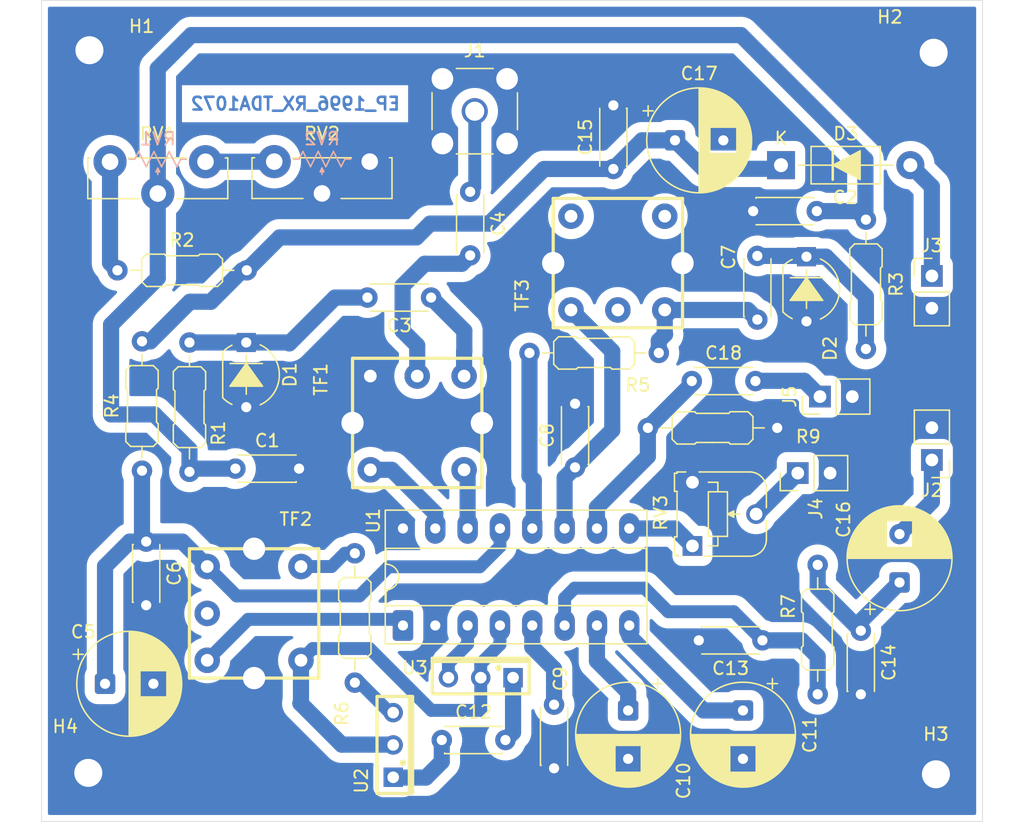
<source format=kicad_pcb>
(kicad_pcb (version 20241229) (generator "pcbnew") (generator_version "9.0")
  (layers (0 "F.Cu" signal) (2 "B.Cu" signal) (13 "F.Paste" user) (15 "B.Paste" user) (5 "F.SilkS" user "F.Silkscreen") (7 "B.SilkS" user "B.Silkscreen") (1 "F.Mask" user) (3 "B.Mask" user) (25 "Edge.Cuts" user))
  (net 0 "")
  (net 1 "Net-(C1-Pad1)")
  (net 2 "GND")
  (net 3 "Net-(D1-K)")
  (net 4 "Net-(C3-Pad1)")
  (net 5 "Net-(J1-In)")
  (net 6 "Net-(C4-Pad2)")
  (net 7 "Net-(C5-Pad1)")
  (net 8 "Net-(D2-K)")
  (net 9 "Net-(C7-Pad2)")
  (net 10 "Net-(C8-Pad1)")
  (net 11 "Net-(C9-Pad1)")
  (net 12 "Net-(C10-Pad1)")
  (net 13 "Net-(C11-Pad1)")
  (net 14 "Net-(U3-I)")
  (net 15 "Net-(U2-O)")
  (net 16 "Net-(C13-Pad1)")
  (net 17 "Net-(C14-Pad1)")
  (net 18 "Net-(D3-K)")
  (net 19 "Net-(J2-Pin_1)")
  (net 20 "Net-(J5-Pin_1)")
  (net 21 "Net-(C18-Pad1)")
  (net 22 "Net-(D3-A)")
  (net 23 "Net-(J4-Pin_1)")
  (net 24 "Net-(R2-Pad1)")
  (net 25 "Net-(R5-Pad2)")
  (net 26 "Net-(R6-Pad1)")
  (net 27 "Net-(U2-I)")
  (net 28 "Net-(RV1-Pad3)")
  (net 29 "Net-(RV3-Pad1)")
  (net 30 "Net-(TF1-Pad4)")
  (net 31 "Net-(TF1-Pad5)")
  (net 32 "Net-(TF2-Pad3)")
  (net 34 "Net-(U2-G)")
  (net 38 "Net-(U3-O)")
  (footprint "PCM_Resistor_THT_AKL:R_Axial_DIN0207_L6.3mm_D2.5mm_P10.16mm_Horizontal" (layer "F.Cu") (at 129.69 84.17)
    (property "Reference" "R2" (at 5.08 -2.37 0) (layer "F.SilkS"))
    (property "Value" "1k" (hide yes))
    (pad "1" thru_hole circle (at 0 0) (size 1.6 1.6) (drill 0.8) (layers "*.Cu" "*.Mask") (net 24 "Net-(R2-Pad1)"))
    (pad "2" thru_hole oval (at 10.16 0) (size 1.6 1.6) (drill 0.8) (layers "*.Cu" "*.Mask") (net 18 "Net-(D3-K)"))
  )
  (footprint "PCM_Potentiometer_THT_US_AKL_Double:Potentiometer_Telpod_TVP1232" (layer "F.Cu") (at 142.01 75.38)
    (property "Reference" "RV2" (at 3.75 -1.95 0) (layer "F.SilkS"))
    (property "Value" "1k" (hide yes))
    (fp_text user "${REFERENCE}" (at 3.75 -1.55 0) (layer "B.SilkS") (effects (justify mirror)))
    (pad "1" thru_hole circle (at 0 0.25) (size 2.6 2.6) (drill 1.3) (layers "*.Cu" "*.Mask") (net 28 "Net-(RV1-Pad3)"))
    (pad "2" thru_hole circle (at 3.75 2.75) (size 2.6 2.6) (drill 1.3) (layers "*.Cu" "*.Mask") (net 2 "GND"))
    (pad "3" thru_hole circle (at 7.5 0.25) (size 2.6 2.6) (drill 1.3) (layers "*.Cu" "*.Mask") (net 2 "GND"))
  )
  (footprint "PCM_Resistor_THT_AKL:R_Axial_DIN0207_L6.3mm_D2.5mm_P10.16mm_Horizontal" (layer "F.Cu") (at 131.620001 99.909999 90)
    (property "Reference" "R4" (at 5.079999 -2.37 90) (layer "F.SilkS"))
    (property "Value" "22" (hide yes))
    (pad "1" thru_hole circle (at 0 0 90) (size 1.6 1.6) (drill 0.8) (layers "*.Cu" "*.Mask") (net 7 "Net-(C5-Pad1)"))
    (pad "2" thru_hole oval (at 10.16 0 90) (size 1.6 1.6) (drill 0.8) (layers "*.Cu" "*.Mask") (net 18 "Net-(D3-K)"))
  )
  (footprint "Capacitor_THT:C_Disc_D4.3mm_W1.9mm_P5.00mm" (layer "F.Cu") (at 157.4 78 -90)
    (property "Reference" "C4" (at 2.500002 -2.2 90) (layer "F.SilkS"))
    (property "Value" "33")
    (pad "1" thru_hole circle (at 0 0 270) (size 1.6 1.6) (drill 0.8) (layers "*.Cu" "*.Mask") (net 5 "Net-(J1-In)"))
    (pad "2" thru_hole circle (at 5 0 270) (size 1.6 1.6) (drill 0.8) (layers "*.Cu" "*.Mask") (net 6 "Net-(C4-Pad2)"))
  )
  (footprint "MF_TOKO:TOKO_10K" (layer "F.Cu") (at 140.427 111.123)
    (property "Reference" "TF2" (at 1.893 -7.403 0) (layer "F.SilkS") (effects (justify left)))
    (property "Value" "NERA")
    (pad "1" thru_hole circle (at -3.683 -3.683) (size 2 2) (drill 1) (layers "*.Cu" "*.Mask") (net 7 "Net-(C5-Pad1)"))
    (pad "2" thru_hole circle (at -3.683 0) (size 2 2) (drill 1) (layers "*.Cu" "*.Mask"))
    (pad "3" thru_hole circle (at -3.683 3.683) (size 2 2) (drill 1) (layers "*.Cu" "*.Mask") (net 32 "Net-(TF2-Pad3)"))
    (pad "4" thru_hole circle (at 3.683 3.683) (size 2 2) (drill 1) (layers "*.Cu" "*.Mask") (net 34 "Net-(U2-G)"))
    (pad "5" thru_hole circle (at 3.683 -3.683) (size 2 2) (drill 1) (layers "*.Cu" "*.Mask") (net 26 "Net-(R6-Pad1)"))
    (pad "6" thru_hole circle (at -0.000002 -5.080002) (size 2.75 2.75) (drill 1.75) (layers "*.Cu" "*.Mask") (net 2 "GND"))
    (pad "7" thru_hole circle (at 0.000002 5.080002) (size 2.75 2.75) (drill 1.75) (layers "*.Cu" "*.Mask") (net 2 "GND"))
  )
  (footprint "Capacitor_THT:CP_Radial_D8.0mm_P3.80mm" (layer "F.Cu") (at 173.489999 73.959999)
    (property "Reference" "C17" (at 1.9 -5.25 0) (layer "F.SilkS"))
    (property "Value" "100u")
    (pad "1" thru_hole roundrect (at 0 0) (size 1.6 1.6) (drill 0.8) (layers "*.Cu" "*.Mask") (roundrect_rratio 0.15625) (net 18 "Net-(D3-K)"))
    (pad "2" thru_hole circle (at 3.800001 0.000001) (size 1.6 1.6) (drill 0.8) (layers "*.Cu" "*.Mask") (net 2 "GND"))
  )
  (footprint "PCM_Potentiometer_THT_US_AKL_Double:Potentiometer_Telpod_TVP1232" (layer "F.Cu") (at 129.11 75.39)
    (property "Reference" "RV1" (at 3.75 -1.95 0) (layer "F.SilkS"))
    (property "Value" "50k" (hide yes))
    (fp_text user "${REFERENCE}" (at 3.75 -1.55 0) (layer "B.SilkS") (effects (justify mirror)))
    (pad "1" thru_hole circle (at 0 0.25) (size 2.6 2.6) (drill 1.3) (layers "*.Cu" "*.Mask") (net 24 "Net-(R2-Pad1)"))
    (pad "2" thru_hole circle (at 3.75 2.75) (size 2.6 2.6) (drill 1.3) (layers "*.Cu" "*.Mask") (net 1 "Net-(C1-Pad1)"))
    (pad "3" thru_hole circle (at 7.5 0.25) (size 2.6 2.6) (drill 1.3) (layers "*.Cu" "*.Mask") (net 28 "Net-(RV1-Pad3)"))
  )
  (footprint "Capacitor_THT:C_Disc_D4.3mm_W1.9mm_P5.00mm" (layer "F.Cu") (at 179.96 83.04 -90)
    (property "Reference" "C7" (at 0.1 2.26 90) (layer "F.SilkS"))
    (property "Value" "180")
    (pad "1" thru_hole circle (at 0 0 270) (size 1.6 1.6) (drill 0.8) (layers "*.Cu" "*.Mask") (net 8 "Net-(D2-K)"))
    (pad "2" thru_hole circle (at 5 0 270) (size 1.6 1.6) (drill 0.8) (layers "*.Cu" "*.Mask") (net 9 "Net-(C7-Pad2)"))
  )
  (footprint "Capacitor_THT:C_Disc_D4.3mm_W1.9mm_P5.00mm" (layer "F.Cu") (at 138.960001 99.750001)
    (property "Reference" "C1" (at 2.500002 -2.2 0) (layer "F.SilkS"))
    (property "Value" "22n")
    (pad "1" thru_hole circle (at 0 0) (size 1.6 1.6) (drill 0.8) (layers "*.Cu" "*.Mask") (net 1 "Net-(C1-Pad1)"))
    (pad "2" thru_hole circle (at 5 0) (size 1.6 1.6) (drill 0.8) (layers "*.Cu" "*.Mask") (net 2 "GND"))
  )
  (footprint "FILTER_IF:SFU455" (layer "F.Cu") (at 151.48 121.33 -90)
    (property "Reference" "U2" (at 1.84 2.63 90) (layer "F.SilkS") (effects (justify right)))
    (property "Value" "sfu455")
    (pad "1" thru_hole circle (at -2.413001 0.127001 270) (size 1.524 1.524) (drill 0.914) (layers "*.Cu" "*.Mask") (net 27 "Net-(U2-I)"))
    (pad "2" thru_hole circle (at 0.127 0.127 270) (size 1.524 1.524) (drill 0.914) (layers "*.Cu" "*.Mask") (net 34 "Net-(U2-G)"))
    (pad "3" thru_hole rect (at 2.666999 0.127001 270) (size 1.524 1.524) (drill 0.914) (layers "*.Cu" "*.Mask") (net 15 "Net-(U2-O)"))
  )
  (footprint "Package_DIP:CERDIP-16_W7.62mm_SideBrazed_LongPads_Socket" (layer "F.Cu") (at 152.12 112.069999 90)
    (property "Reference" "U1" (at 8.229999 -2.330001 90) (layer "F.SilkS"))
    (property "Value" "TDA1072")
    (pad "1" thru_hole roundrect (at 0 0 90) (size 2.4 1.6) (drill 0.8) (layers "*.Cu" "*.Mask") (roundrect_rratio 0.15625) (net 32 "Net-(TF2-Pad3)"))
    (pad "2" thru_hole oval (at 0 2.54 90) (size 2.4 1.6) (drill 0.8) (layers "*.Cu" "*.Mask") (net 2 "GND"))
    (pad "3" thru_hole oval (at 0.000001 5.08 90) (size 2.4 1.6) (drill 0.8) (layers "*.Cu" "*.Mask") (net 38 "Net-(U3-O)"))
    (pad "4" thru_hole oval (at 0 7.62 90) (size 2.4 1.6) (drill 0.8) (layers "*.Cu" "*.Mask") (net 34 "Net-(U2-G)"))
    (pad "5" thru_hole oval (at 0 10.16 90) (size 2.4 1.6) (drill 0.8) (layers "*.Cu" "*.Mask") (net 11 "Net-(C9-Pad1)"))
    (pad "6" thru_hole oval (at 0 12.7 90) (size 2.4 1.6) (drill 0.8) (layers "*.Cu" "*.Mask") (net 16 "Net-(C13-Pad1)"))
    (pad "7" thru_hole oval (at 0.000001 15.240001 90) (size 2.4 1.6) (drill 0.8) (layers "*.Cu" "*.Mask") (net 12 "Net-(C10-Pad1)"))
    (pad "8" thru_hole oval (at -0.000001 17.78 90) (size 2.4 1.6) (drill 0.8) (layers "*.Cu" "*.Mask") (net 13 "Net-(C11-Pad1)"))
    (pad "9" thru_hole oval (at 7.619999 17.78 90) (size 2.4 1.6) (drill 0.8) (layers "*.Cu" "*.Mask") (net 29 "Net-(RV3-Pad1)"))
    (pad "10" thru_hole oval (at 7.620001 15.24 90) (size 2.4 1.6) (drill 0.8) (layers "*.Cu" "*.Mask") (net 21 "Net-(C18-Pad1)"))
    (pad "11" thru_hole oval (at 7.620001 12.7 90) (size 2.4 1.6) (drill 0.8) (layers "*.Cu" "*.Mask") (net 10 "Net-(C8-Pad1)"))
    (pad "12" thru_hole oval (at 7.620001 10.16 90) (size 2.4 1.6) (drill 0.8) (layers "*.Cu" "*.Mask") (net 25 "Net-(R5-Pad2)"))
    (pad "13" thru_hole oval (at 7.619999 7.619999 90) (size 2.4 1.6) (drill 0.8) (layers "*.Cu" "*.Mask") (net 7 "Net-(C5-Pad1)"))
    (pad "14" thru_hole oval (at 7.62 5.079999 90) (size 2.4 1.6) (drill 0.8) (layers "*.Cu" "*.Mask") (net 31 "Net-(TF1-Pad5)"))
    (pad "15" thru_hole oval (at 7.620001 2.54 90) (size 2.4 1.6) (drill 0.8) (layers "*.Cu" "*.Mask") (net 30 "Net-(TF1-Pad4)"))
    (pad "16" thru_hole oval (at 7.62 0 90) (size 2.4 1.6) (drill 0.8) (layers "*.Cu" "*.Mask") (net 2 "GND"))
  )
  (footprint "Capacitor_THT:C_Disc_D4.3mm_W1.9mm_P5.00mm" (layer "F.Cu") (at 154.33 86.31 180)
    (property "Reference" "C3" (at 2.500002 -2.2 0) (layer "F.SilkS"))
    (property "Value" "180")
    (pad "1" thru_hole circle (at 0 0 180) (size 1.6 1.6) (drill 0.8) (layers "*.Cu" "*.Mask") (net 4 "Net-(C3-Pad1)"))
    (pad "2" thru_hole circle (at 5 0 180) (size 1.6 1.6) (drill 0.8) (layers "*.Cu" "*.Mask") (net 3 "Net-(D1-K)"))
  )
  (footprint "PCM_Package_TO_SOT_THT_AKL:TO-92-2_Wide_KA" (layer "F.Cu") (at 139.809999 89.839998 -90)
    (property "Reference" "D1" (at 2.540001 -3.43 90) (layer "F.SilkS"))
    (property "Value" "D_Capacitance_Filled" (hide yes))
    (pad "1" thru_hole rect (at 0 0) (size 1.5 1.5) (drill 0.8) (layers "*.Cu" "*.Mask") (net 3 "Net-(D1-K)"))
    (pad "2" thru_hole circle (at 5.080002 -0.000001) (size 1.5 1.5) (drill 0.8) (layers "*.Cu" "*.Mask") (net 2 "GND"))
  )
  (footprint "MF_TOKO:TOKO_10K" (layer "F.Cu") (at 169.003 83.603 90)
    (property "Reference" "TF3" (at -3.917 -7.523 90) (layer "F.SilkS") (effects (justify left)))
    (property "Value" "ROSA")
    (pad "1" thru_hole circle (at -3.683 -3.683 90) (size 2 2) (drill 1) (layers "*.Cu" "*.Mask") (net 10 "Net-(C8-Pad1)"))
    (pad "2" thru_hole circle (at -3.683 0 90) (size 2 2) (drill 1) (layers "*.Cu" "*.Mask"))
    (pad "3" thru_hole circle (at -3.683 3.683 90) (size 2 2) (drill 1) (layers "*.Cu" "*.Mask") (net 9 "Net-(C7-Pad2)"))
    (pad "4" thru_hole circle (at 3.683 3.683 90) (size 2 2) (drill 1) (layers "*.Cu" "*.Mask"))
    (pad "5" thru_hole circle (at 3.683 -3.683 90) (size 2 2) (drill 1) (layers "*.Cu" "*.Mask"))
    (pad "6" thru_hole circle (at -0.000001 -5.08 90) (size 2.75 2.75) (drill 1.75) (layers "*.Cu" "*.Mask") (net 2 "GND"))
    (pad "7" thru_hole circle (at 0.000001 5.08 90) (size 2.75 2.75) (drill 1.75) (layers "*.Cu" "*.Mask") (net 2 "GND"))
  )
  (footprint "Connector_Coaxial:SMA_Amphenol_901-144_Vertical" (layer "F.Cu") (at 157.76 71.67)
    (property "Reference" "J1" (at 0 -4.75 0) (layer "F.SilkS"))
    (property "Value" "ANTENNA")
    (pad "1" thru_hole circle (at 0 0) (size 2.05 2.05) (drill 1.5) (layers "*.Cu" "*.Mask") (net 5 "Net-(J1-In)"))
    (pad "2" thru_hole circle (at -2.54 -2.54) (size 2.25 2.25) (drill 1.7) (layers "*.Cu" "*.Mask") (net 2 "GND"))
    (pad "2" thru_hole circle (at -2.54 2.54) (size 2.25 2.25) (drill 1.7) (layers "*.Cu" "*.Mask") (net 2 "GND"))
    (pad "2" thru_hole circle (at 2.54 -2.54) (size 2.25 2.25) (drill 1.7) (layers "*.Cu" "*.Mask") (net 2 "GND"))
    (pad "2" thru_hole circle (at 2.54 2.54) (size 2.25 2.25) (drill 1.7) (layers "*.Cu" "*.Mask") (net 2 "GND"))
  )
  (footprint "Capacitor_THT:C_Disc_D4.3mm_W1.9mm_P5.00mm" (layer "F.Cu") (at 168.65 76.21 90)
    (property "Reference" "C15" (at 2.500002 -2.2 90) (layer "F.SilkS"))
    (property "Value" "100n")
    (pad "1" thru_hole circle (at 0 0 90) (size 1.6 1.6) (drill 0.8) (layers "*.Cu" "*.Mask") (net 18 "Net-(D3-K)"))
    (pad "2" thru_hole circle (at 5 0 90) (size 1.6 1.6) (drill 0.8) (layers "*.Cu" "*.Mask") (net 2 "GND"))
  )
  (footprint "Capacitor_THT:C_Disc_D4.3mm_W1.9mm_P5.00mm" (layer "F.Cu") (at 163.99 118.29 -90)
    (property "Reference" "C9" (at -2.03 -0.5 90) (layer "F.SilkS"))
    (property "Value" "220n pol.")
    (pad "1" thru_hole circle (at 0 0 270) (size 1.6 1.6) (drill 0.8) (layers "*.Cu" "*.Mask") (net 11 "Net-(C9-Pad1)"))
    (pad "2" thru_hole circle (at 5 0 270) (size 1.6 1.6) (drill 0.8) (layers "*.Cu" "*.Mask") (net 2 "GND"))
  )
  (footprint "PCM_Resistor_THT_AKL:R_Axial_DIN0207_L6.3mm_D2.5mm_P10.16mm_Horizontal" (layer "F.Cu") (at 188.49 80.19 -90)
    (property "Reference" "R3" (at 5.08 -2.370001 90) (layer "F.SilkS"))
    (property "Value" "33k" (hide yes))
    (pad "1" thru_hole circle (at 0 0 270) (size 1.6 1.6) (drill 0.8) (layers "*.Cu" "*.Mask") (net 1 "Net-(C1-Pad1)"))
    (pad "2" thru_hole oval (at 10.16 0 270) (size 1.6 1.6) (drill 0.8) (layers "*.Cu" "*.Mask") (net 8 "Net-(D2-K)"))
  )
  (footprint "Connector_PinHeader_2.54mm:PinHeader_1x02_P2.54mm_Vertical" (layer "F.Cu") (at 183.135 100.100001 90)
    (property "Reference" "J4" (at -2.799999 1.415 90) (layer "F.SilkS"))
    (property "Value" "SMETER")
    (pad "1" thru_hole rect (at 0 0 90) (size 1.7 1.7) (drill 1) (layers "*.Cu" "*.Mask") (net 23 "Net-(J4-Pin_1)"))
    (pad "2" thru_hole circle (at 0 2.54 90) (size 1.7 1.7) (drill 1) (layers "*.Cu" "*.Mask") (net 2 "GND"))
  )
  (footprint "Connector_PinHeader_2.54mm:PinHeader_1x02_P2.54mm_Vertical" (layer "F.Cu") (at 193.67 99.07 180)
    (property "Reference" "J2" (at 0 -2.38 0) (layer "F.SilkS"))
    (property "Value" "OUT BF")
    (pad "1" thru_hole rect (at 0 0 180) (size 1.7 1.7) (drill 1) (layers "*.Cu" "*.Mask") (net 19 "Net-(J2-Pin_1)"))
    (pad "2" thru_hole circle (at 0 2.54 180) (size 1.7 1.7) (drill 1) (layers "*.Cu" "*.Mask") (net 2 "GND"))
  )
  (footprint "Capacitor_THT:CP_Radial_D8.0mm_P3.80mm" (layer "F.Cu") (at 169.81 118.74735 -90)
    (property "Reference" "C10" (at 5.52265 -4.35 90) (layer "F.SilkS"))
    (property "Value" "2.2u")
    (pad "1" thru_hole roundrect (at 0 0 270) (size 1.6 1.6) (drill 0.8) (layers "*.Cu" "*.Mask") (roundrect_rratio 0.15625) (net 12 "Net-(C10-Pad1)"))
    (pad "2" thru_hole circle (at 3.800001 0.000001 270) (size 1.6 1.6) (drill 0.8) (layers "*.Cu" "*.Mask") (net 2 "GND"))
  )
  (footprint "Capacitor_THT:CP_Radial_D8.0mm_P3.80mm" (layer "F.Cu") (at 191.129999 108.690001 90)
    (property "Reference" "C16" (at 4.950001 -4.399999 90) (layer "F.SilkS"))
    (property "Value" "10u")
    (pad "1" thru_hole roundrect (at 0 0 90) (size 1.6 1.6) (drill 0.8) (layers "*.Cu" "*.Mask") (roundrect_rratio 0.15625) (net 17 "Net-(C14-Pad1)"))
    (pad "2" thru_hole circle (at 3.800001 0.000001 90) (size 1.6 1.6) (drill 0.8) (layers "*.Cu" "*.Mask") (net 19 "Net-(J2-Pin_1)"))
  )
  (footprint "MountingHole:MountingHole_2.2mm_M2_Pad" (layer "F.Cu") (at 127.49 66.88)
    (property "Reference" "H1" (at 4.1 -1.88 0) (layer "F.SilkS"))
    (property "Value" "MountingHole_Pad")
    (pad "1" thru_hole circle (at 0 0) (size 4.4 4.4) (drill 2.2) (layers "*.Cu" "*.Mask") (net 2 "GND"))
  )
  (footprint "Capacitor_THT:CP_Radial_D8.0mm_P3.80mm" (layer "F.Cu") (at 178.83 118.74735 -90)
    (property "Reference" "C11" (at 1.9 -5.25 90) (layer "F.SilkS"))
    (property "Value" "10u")
    (pad "1" thru_hole roundrect (at 0 0 270) (size 1.6 1.6) (drill 0.8) (layers "*.Cu" "*.Mask") (roundrect_rratio 0.15625) (net 13 "Net-(C11-Pad1)"))
    (pad "2" thru_hole circle (at 3.800001 0.000001 270) (size 1.6 1.6) (drill 0.8) (layers "*.Cu" "*.Mask") (net 2 "GND"))
  )
  (footprint "MountingHole:MountingHole_2.2mm_M2_Pad" (layer "F.Cu") (at 193.81 67.08)
    (property "Reference" "H2" (at -3.44 -2.81 0) (layer "F.SilkS"))
    (property "Value" "MountingHole_Pad")
    (pad "1" thru_hole circle (at 0 0) (size 4.4 4.4) (drill 2.2) (layers "*.Cu" "*.Mask") (net 2 "GND"))
  )
  (footprint "PCM_Potentiometer_THT_AKL:Potentiometer_Runtron_RM-065_Vertical" (layer "F.Cu") (at 174.86 105.82 90)
    (property "Reference" "RV3" (at 2.599999 -2.500001 90) (layer "F.SilkS"))
    (property "Value" "10k" (hide yes))
    (pad "1" thru_hole rect (at 0 0 90) (size 1.55 1.55) (drill 1) (layers "*.Cu" "*.Mask") (net 29 "Net-(RV3-Pad1)"))
    (pad "2" thru_hole circle (at 2.5 5 90) (size 1.55 1.55) (drill 1) (layers "*.Cu" "*.Mask") (net 23 "Net-(J4-Pin_1)"))
    (pad "3" thru_hole circle (at 5 0 90) (size 1.55 1.55) (drill 1) (layers "*.Cu" "*.Mask") (net 2 "GND"))
  )
  (footprint "PCM_Resistor_THT_AKL:R_Axial_DIN0207_L6.3mm_D2.5mm_P10.16mm_Horizontal" (layer "F.Cu") (at 148.34 106.4 -90)
    (property "Reference" "R6" (at 12.58 1.02 90) (layer "F.SilkS"))
    (property "Value" "1k" (hide yes))
    (pad "1" thru_hole circle (at 0 0 270) (size 1.6 1.6) (drill 0.8) (layers "*.Cu" "*.Mask") (net 26 "Net-(R6-Pad1)"))
    (pad "2" thru_hole oval (at 10.16 0 270) (size 1.6 1.6) (drill 0.8) (layers "*.Cu" "*.Mask") (net 27 "Net-(U2-I)"))
  )
  (footprint "MountingHole:MountingHole_2.2mm_M2_Pad" (layer "F.Cu") (at 193.99 123.76)
    (property "Reference" "H3" (at 0 -3.15 0) (layer "F.SilkS"))
    (property "Value" "MountingHole_Pad")
    (pad "1" thru_hole circle (at 0 0) (size 4.4 4.4) (drill 2.2) (layers "*.Cu" "*.Mask") (net 2 "GND"))
  )
  (footprint "Capacitor_THT:C_Disc_D4.3mm_W1.9mm_P5.00mm" (layer "F.Cu") (at 174.81 92.87)
    (property "Reference" "C18" (at 2.5 -2.2 0) (layer "F.SilkS"))
    (property "Value" "10n")
    (pad "1" thru_hole circle (at 0 0) (size 1.6 1.6) (drill 0.8) (layers "*.Cu" "*.Mask") (net 21 "Net-(C18-Pad1)"))
    (pad "2" thru_hole circle (at 5 0) (size 1.6 1.6) (drill 0.8) (layers "*.Cu" "*.Mask") (net 20 "Net-(J5-Pin_1)"))
  )
  (footprint "Capacitor_THT:C_Disc_D4.3mm_W1.9mm_P5.00mm" (layer "F.Cu") (at 188.09 112.48 -90)
    (property "Reference" "C14" (at 2.500002 -2.2 90) (layer "F.SilkS"))
    (property "Value" "1n")
    (pad "1" thru_hole circle (at 0 0 270) (size 1.6 1.6) (drill 0.8) (layers "*.Cu" "*.Mask") (net 17 "Net-(C14-Pad1)"))
    (pad "2" thru_hole circle (at 5 0 270) (size 1.6 1.6) (drill 0.8) (layers "*.Cu" "*.Mask") (net 2 "GND"))
  )
  (footprint "Connector_PinHeader_2.54mm:PinHeader_1x02_P2.54mm_Vertical" (layer "F.Cu") (at 184.88 94.09 90)
    (property "Reference" "J5" (at 0 -2.38 90) (layer "F.SilkS"))
    (property "Value" "FREQ")
    (pad "1" thru_hole rect (at 0 0 90) (size 1.7 1.7) (drill 1) (layers "*.Cu" "*.Mask") (net 20 "Net-(J5-Pin_1)"))
    (pad "2" thru_hole circle (at 0 2.54 90) (size 1.7 1.7) (drill 1) (layers "*.Cu" "*.Mask") (net 2 "GND"))
  )
  (footprint "Capacitor_THT:C_Disc_D4.3mm_W1.9mm_P5.00mm" (layer "F.Cu") (at 180.36 113.24 180)
    (property "Reference" "C13" (at 2.500001 -2.2 0) (layer "F.SilkS"))
    (property "Value" "22n")
    (pad "1" thru_hole circle (at 0 0 180) (size 1.6 1.6) (drill 0.8) (layers "*.Cu" "*.Mask") (net 16 "Net-(C13-Pad1)"))
    (pad "2" thru_hole circle (at 5 0 180) (size 1.6 1.6) (drill 0.8) (layers "*.Cu" "*.Mask") (net 2 "GND"))
  )
  (footprint "PCM_Resistor_THT_AKL:R_Axial_DIN0207_L6.3mm_D2.5mm_P10.16mm_Horizontal" (layer "F.Cu") (at 184.700001 117.47 90)
    (property "Reference" "R7" (at 6.89 -2.310001 90) (layer "F.SilkS"))
    (property "Value" "10k" (hide yes))
    (pad "1" thru_hole circle (at 0 0 90) (size 1.6 1.6) (drill 0.8) (layers "*.Cu" "*.Mask") (net 16 "Net-(C13-Pad1)"))
    (pad "2" thru_hole oval (at 10.16 0 90) (size 1.6 1.6) (drill 0.8) (layers "*.Cu" "*.Mask") (net 17 "Net-(C14-Pad1)"))
  )
  (footprint "FILTER_IF:SFU455" (layer "F.Cu") (at 158.103001 116.042999)
    (property "Reference" "U3" (at -6.133001 -0.642999 0) (layer "F.SilkS") (effects (justify left)))
    (property "Value" "sfu455")
    (pad "1" thru_hole rect (at 2.666999 0.127001) (size 1.524 1.524) (drill 0.914) (layers "*.Cu" "*.Mask") (net 14 "Net-(U3-I)"))
    (pad "2" thru_hole circle (at 0.127 0.127) (size 1.524 1.524) (drill 0.914) (layers "*.Cu" "*.Mask") (net 34 "Net-(U2-G)"))
    (pad "3" thru_hole circle (at -2.413001 0.127001) (size 1.524 1.524) (drill 0.914) (layers "*.Cu" "*.Mask") (net 38 "Net-(U3-O)"))
  )
  (footprint "PCM_Resistor_THT_AKL:R_Axial_DIN0207_L6.3mm_D2.5mm_P10.16mm_Horizontal" (layer "F.Cu") (at 171.360001 96.550001)
    (property "Reference" "R9" (at 12.599999 0.689999 0) (layer "F.SilkS"))
    (property "Value" "2.2k" (hide yes))
    (pad "1" thru_hole circle (at 0 0) (size 1.6 1.6) (drill 0.8) (layers "*.Cu" "*.Mask") (net 21 "Net-(C18-Pad1)"))
    (pad "2" thru_hole oval (at 10.16 0) (size 1.6 1.6) (drill 0.8) (layers "*.Cu" "*.Mask") (net 2 "GND"))
  )
  (footprint "Capacitor_THT:C_Disc_D4.3mm_W1.9mm_P5.00mm" (layer "F.Cu") (at 155.170001 121.069999)
    (property "Reference" "C12" (at 2.500002 -2.2 0) (layer "F.SilkS"))
    (property "Value" "56")
    (pad "1" thru_hole circle (at 0 0) (size 1.6 1.6) (drill 0.8) (layers "*.Cu" "*.Mask") (net 15 "Net-(U2-O)"))
    (pad "2" thru_hole circle (at 5 0) (size 1.6 1.6) (drill 0.8) (layers "*.Cu" "*.Mask") (net 14 "Net-(U3-I)"))
  )
  (footprint "Capacitor_THT:C_Disc_D4.3mm_W1.9mm_P5.00mm" (layer "F.Cu") (at 131.95 105.48 -90)
    (property "Reference" "C6" (at 2.500002 -2.2 90) (layer "F.SilkS"))
    (property "Value" "100n")
    (pad "1" thru_hole circle (at 0 0 270) (size 1.6 1.6) (drill 0.8) (layers "*.Cu" "*.Mask") (net 7 "Net-(C5-Pad1)"))
    (pad "2" thru_hole circle (at 5 0 270) (size 1.6 1.6) (drill 0.8) (layers "*.Cu" "*.Mask") (net 2 "GND"))
  )
  (footprint "MountingHole:MountingHole_2.2mm_M2_Pad" (layer "F.Cu") (at 127.4 123.65)
    (property "Reference" "H4" (at -1.81 -3.65 0) (layer "F.SilkS"))
    (property "Value" "MountingHole_Pad")
    (pad "1" thru_hole circle (at 0 0) (size 4.4 4.4) (drill 2.2) (layers "*.Cu" "*.Mask") (net 2 "GND"))
  )
  (footprint "Capacitor_THT:CP_Radial_D8.0mm_P3.80mm" (layer "F.Cu") (at 128.71735 116.65)
    (property "Reference" "C5" (at -1.70735 -4.08 0) (layer "F.SilkS"))
    (property "Value" "100u")
    (pad "1" thru_hole roundrect (at 0 0) (size 1.6 1.6) (drill 0.8) (layers "*.Cu" "*.Mask") (roundrect_rratio 0.15625) (net 7 "Net-(C5-Pad1)"))
    (pad "2" thru_hole circle (at 3.800001 0.000001) (size 1.6 1.6) (drill 0.8) (layers "*.Cu" "*.Mask") (net 2 "GND"))
  )
  (footprint "Capacitor_THT:C_Disc_D4.3mm_W1.9mm_P5.00mm" (layer "F.Cu") (at 165.640001 99.65 90)
    (property "Reference" "C8" (at 2.5 -2.199999 90) (layer "F.SilkS"))
    (property "Value" "100n")
    (pad "1" thru_hole circle (at 0 0 90) (size 1.6 1.6) (drill 0.8) (layers "*.Cu" "*.Mask") (net 10 "Net-(C8-Pad1)"))
    (pad "2" thru_hole circle (at 5 0 90) (size 1.6 1.6) (drill 0.8) (layers "*.Cu" "*.Mask") (net 2 "GND"))
  )
  (footprint "Connector_PinHeader_2.54mm:PinHeader_1x02_P2.54mm_Vertical" (layer "F.Cu") (at 193.67 84.61)
    (property "Reference" "J3" (at 0 -2.38 0) (layer "F.SilkS"))
    (property "Value" "ALIM 12V")
    (pad "1" thru_hole rect (at 0 0) (size 1.7 1.7) (drill 1) (layers "*.Cu" "*.Mask") (net 22 "Net-(D3-A)"))
    (pad "2" thru_hole circle (at 0 2.54) (size 1.7 1.7) (drill 1) (layers "*.Cu" "*.Mask") (net 2 "GND"))
  )
  (footprint "PCM_Diode_THT_AKL:D_DO-41_SOD81_P10.16mm_Horizontal" (layer "F.Cu") (at 181.82 75.91)
    (property "Reference" "D3" (at 5.08 -2.47 0) (layer "F.SilkS"))
    (property "Value" "1N4001" (hide yes))
    (fp_text user "K" (at 0 -2.1 0) (layer "F.SilkS"))
    (pad "1" thru_hole rect (at 0 0) (size 2.2 2.2) (drill 1.1) (layers "*.Cu" "*.Mask") (net 18 "Net-(D3-K)"))
    (pad "2" thru_hole oval (at 10.16 0) (size 2.2 2.2) (drill 1.1) (layers "*.Cu" "*.Mask") (net 22 "Net-(D3-A)"))
  )
  (footprint "MF_TOKO:TOKO_10K" (layer "F.Cu") (at 153.239998 96.160001 -90)
    (property "Reference" "TF1" (at -4.810001 7.569998 90) (layer "F.SilkS") (effects (justify right)))
    (property "Value" "ROSA")
    (pad "1" thru_hole circle (at -3.683 -3.683 270) (size 2 2) (drill 1) (layers "*.Cu" "*.Mask") (net 4 "Net-(C3-Pad1)"))
    (pad "2" thru_hole circle (at -3.683 0 270) (size 2 2) (drill 1) (layers "*.Cu" "*.Mask") (net 6 "Net-(C4-Pad2)"))
    (pad "3" thru_hole circle (at -3.683 3.683 270) (size 2 2) (drill 1) (layers "*.Cu" "*.Mask") (net 2 "GND"))
    (pad "4" thru_hole circle (at 3.683 3.683 270) (size 2 2) (drill 1) (layers "*.Cu" "*.Mask") (net 30 "Net-(TF1-Pad4)"))
    (pad "5" thru_hole circle (at 3.683 -3.683 270) (size 2 2) (drill 1) (layers "*.Cu" "*.Mask") (net 31 "Net-(TF1-Pad5)"))
    (pad "6" thru_hole circle (at -0.000001 -5.080002 270) (size 2.75 2.75) (drill 1.75) (layers "*.Cu" "*.Mask") (net 2 "GND"))
    (pad "7" thru_hole circle (at 0.000001 5.080002 270) (size 2.75 2.75) (drill 1.75) (layers "*.Cu" "*.Mask") (net 2 "GND"))
  )
  (footprint "Capacitor_THT:C_Disc_D4.3mm_W1.9mm_P5.00mm" (layer "F.Cu") (at 184.63 79.52 180)
    (property "Reference" "C2" (at -2.23 1.08 0) (layer "F.SilkS"))
    (property "Value" "22n")
    (pad "1" thru_hole circle (at 0 0 180) (size 1.6 1.6) (drill 0.8) (layers "*.Cu" "*.Mask") (net 1 "Net-(C1-Pad1)"))
    (pad "2" thru_hole circle (at 5 0 180) (size 1.6 1.6) (drill 0.8) (layers "*.Cu" "*.Mask") (net 2 "GND"))
  )
  (footprint "PCM_Resistor_THT_AKL:R_Axial_DIN0207_L6.3mm_D2.5mm_P10.16mm_Horizontal" (layer "F.Cu") (at 135.35 89.84 -90)
    (property "Reference" "R1" (at 7.13 -2.27 90) (layer "F.SilkS"))
    (property "Value" "33k" (hide yes))
    (pad "1" thru_hole circle (at 0 0 270) (size 1.6 1.6) (drill 0.8) (layers "*.Cu" "*.Mask") (net 3 "Net-(D1-K)"))
    (pad "2" thru_hole oval (at 10.16 0 270) (size 1.6 1.6) (drill 0.8) (layers "*.Cu" "*.Mask") (net 1 "Net-(C1-Pad1)"))
  )
  (footprint "PCM_Package_TO_SOT_THT_AKL:TO-92-2_Wide_KA" (layer "F.Cu") (at 183.82 83.100001 -90)
    (property "Reference" "D2" (at 7.209999 -1.85 90) (layer "F.SilkS"))
    (property "Value" "D_Capacitance_Filled" (hide yes))
    (pad "1" thru_hole rect (at 0 0) (size 1.5 1.5) (drill 0.8) (layers "*.Cu" "*.Mask") (net 8 "Net-(D2-K)"))
    (pad "2" thru_hole circle (at 5.080002 -0.000002) (size 1.5 1.5) (drill 0.8) (layers "*.Cu" "*.Mask") (net 2 "GND"))
  )
  (footprint "PCM_Resistor_THT_AKL:R_Axial_DIN0207_L6.3mm_D2.5mm_P10.16mm_Horizontal" (layer "F.Cu") (at 172.219999 90.659999 180)
    (property "Reference" "R5" (at 1.639999 -2.530001 0) (layer "F.SilkS"))
    (property "Value" "22" (hide yes))
    (pad "1" thru_hole circle (at 0 0 180) (size 1.6 1.6) (drill 0.8) (layers "*.Cu" "*.Mask") (net 9 "Net-(C7-Pad2)"))
    (pad "2" thru_hole oval (at 10.16 0 180) (size 1.6 1.6) (drill 0.8) (layers "*.Cu" "*.Mask") (net 25 "Net-(R5-Pad2)"))
  )
  (gr_rect (start 123.73 62.96) (end 197.65 127.46) (stroke (width 0.05)) (fill no) (layer "Edge.Cuts"))
  (gr_text "EP_1996_RX_TDA1072" (at 151.99 71.67 0) (layer "B.Cu") (effects (font (size 1 1) (thickness 0.2) (bold yes)) (justify left bottom mirror)))
  (segment (start 178.67 65.69) (end 135.49 65.69) (width 1.27) (layer "B.Cu") (net 1))
  (segment (start 135.599999 99.750001) (end 135.35 100) (width 1.27) (layer "B.Cu") (net 1))
  (segment (start 188.49 80.19) (end 188.45 80.15) (width 1.27) (layer "B.Cu") (net 1))
  (segment (start 184.63 79.52) (end 187.82 79.52) (width 1.27) (layer "B.Cu") (net 1))
  (segment (start 132.86 68.32) (end 132.86 78.14) (width 1.27) (layer "B.Cu") (net 1))
  (segment (start 132.86 84.78) (end 129.19 88.45) (width 1.27) (layer "B.Cu") (net 1))
  (segment (start 129.19 95.49) (end 132.59 95.49) (width 1.27) (layer "B.Cu") (net 1))
  (segment (start 188.45 75.47) (end 178.67 65.69) (width 1.27) (layer "B.Cu") (net 1))
  (segment (start 187.82 79.52) (end 188.49 80.19) (width 1.27) (layer "B.Cu") (net 1))
  (segment (start 132.86 78.14) (end 132.86 84.78) (width 1.27) (layer "B.Cu") (net 1))
  (segment (start 132.59 95.49) (end 135.35 98.25) (width 1.27) (layer "B.Cu") (net 1))
  (segment (start 135.35 98.25) (end 135.35 100) (width 1.27) (layer "B.Cu") (net 1))
  (segment (start 135.49 65.69) (end 132.86 68.32) (width 1.27) (layer "B.Cu") (net 1))
  (segment (start 188.45 80.15) (end 188.45 75.47) (width 1.27) (layer "B.Cu") (net 1))
  (segment (start 129.19 88.45) (end 129.19 95.49) (width 1.27) (layer "B.Cu") (net 1))
  (segment (start 138.960001 99.750001) (end 135.599999 99.750001) (width 1.27) (layer "B.Cu") (net 1))
  (segment (start 149.33 86.31) (end 146.79 86.31) (width 1.27) (layer "B.Cu") (net 3))
  (segment (start 143.119998 89.839998) (end 139.809999 89.839998) (width 1.27) (layer "B.Cu") (net 3))
  (segment (start 146.79 86.31) (end 143.19 89.91) (width 1.27) (layer "B.Cu") (net 3))
  (segment (start 135.35 89.84) (end 139.809997 89.84) (width 1.27) (layer "B.Cu") (net 3))
  (segment (start 139.809997 89.84) (end 139.809999 89.839998) (width 1.27) (layer "B.Cu") (net 3))
  (segment (start 143.19 89.91) (end 143.119998 89.839998) (width 1.27) (layer "B.Cu") (net 3))
  (segment (start 156.922998 90.547002) (end 156.922998 92.477001) (width 1.27) (layer "B.Cu") (net 4))
  (segment (start 156.94 88.92) (end 156.94 90.53) (width 1.27) (layer "B.Cu") (net 4))
  (segment (start 154.33 86.31) (end 156.94 88.92) (width 1.27) (layer "B.Cu") (net 4))
  (segment (start 156.94 90.53) (end 156.922998 90.547002) (width 1.27) (layer "B.Cu") (net 4))
  (segment (start 157.76 77.64) (end 157.4 78) (width 1.016) (layer "B.Cu") (net 5))
  (segment (start 157.76 71.67) (end 157.76 77.64) (width 1.016) (layer "B.Cu") (net 5))
  (segment (start 152.094 85.383818) (end 152.094 88.924) (width 1.27) (layer "B.Cu") (net 6))
  (segment (start 153.82 83.657818) (end 156.742182 83.657818) (width 1.27) (layer "B.Cu") (net 6))
  (segment (start 156.742182 83.657818) (end 157.270384 83.129616) (width 1.27) (layer "B.Cu") (net 6))
  (segment (start 153.82 83.657818) (end 152.094 85.383818) (width 1.27) (layer "B.Cu") (net 6))
  (segment (start 152.094 88.924) (end 153.239998 90.069998) (width 1.27) (layer "B.Cu") (net 6))
  (segment (start 153.239998 90.069998) (end 153.239998 92.477001) (width 1.27) (layer "B.Cu") (net 6))
  (segment (start 134.784 105.48) (end 136.744 107.44) (width 1.27) (layer "B.Cu") (net 7))
  (segment (start 150.99 107.46) (end 158.145999 107.46) (width 1.016) (layer "B.Cu") (net 7))
  (segment (start 139.053 109.749) (end 148.701 109.749) (width 1.016) (layer "B.Cu") (net 7))
  (segment (start 130.66 105.48) (end 128.71735 107.42265) (width 1.27) (layer "B.Cu") (net 7))
  (segment (start 136.744 107.44) (end 139.053 109.749) (width 1.016) (layer "B.Cu") (net 7))
  (segment (start 131.95 105.48) (end 134.784 105.48) (width 1.27) (layer "B.Cu") (net 7))
  (segment (start 131.620001 105.150001) (end 131.95 105.48) (width 1.27) (layer "B.Cu") (net 7))
  (segment (start 159.739999 105.866) (end 159.739999 104.45) (width 1.016) (layer "B.Cu") (net 7))
  (segment (start 131.620001 99.909999) (end 131.620001 105.150001) (width 1.27) (layer "B.Cu") (net 7))
  (segment (start 131.95 105.48) (end 130.66 105.48) (width 1.27) (layer "B.Cu") (net 7))
  (segment (start 148.701 109.749) (end 150.99 107.46) (width 1.016) (layer "B.Cu") (net 7))
  (segment (start 158.145999 107.46) (end 159.739999 105.866) (width 1.016) (layer "B.Cu") (net 7))
  (segment (start 128.71735 107.42265) (end 128.71735 116.65) (width 1.27) (layer "B.Cu") (net 7))
  (segment (start 179.96 83.04) (end 183.759999 83.04) (width 1.27) (layer "B.Cu") (net 8))
  (segment (start 185.350001 83.100001) (end 188.49 86.24) (width 1.27) (layer "B.Cu") (net 8))
  (segment (start 188.49 86.24) (end 188.49 90.35) (width 1.27) (layer "B.Cu") (net 8))
  (segment (start 183.82 83.100001) (end 185.350001 83.100001) (width 1.27) (layer "B.Cu") (net 8))
  (segment (start 183.759999 83.04) (end 183.82 83.100001) (width 1.27) (layer "B.Cu") (net 8))
  (segment (start 172.219999 90.659999) (end 172.219999 89.690001) (width 1.27) (layer "B.Cu") (net 9))
  (segment (start 172.219999 89.690001) (end 172.71 89.2) (width 1.27) (layer "B.Cu") (net 9))
  (segment (start 179.206 87.286) (end 179.96 88.04) (width 1.27) (layer "B.Cu") (net 9))
  (segment (start 172.686 87.286) (end 179.206 87.286) (width 1.27) (layer "B.Cu") (net 9))
  (segment (start 172.686 89.176) (end 172.686 87.286) (width 1.27) (layer "B.Cu") (net 9))
  (segment (start 172.71 89.2) (end 172.686 89.176) (width 1.27) (layer "B.Cu") (net 9))
  (segment (start 168.56 90.526) (end 168.56 96.730001) (width 1.27) (layer "B.Cu") (net 10))
  (segment (start 165.32 87.286) (end 168.56 90.526) (width 1.27) (layer "B.Cu") (net 10))
  (segment (start 164.82 100.470001) (end 164.82 104.449998) (width 1.27) (layer "B.Cu") (net 10))
  (segment (start 168.56 96.730001) (end 164.82 100.470001) (width 1.27) (layer "B.Cu") (net 10))
  (segment (start 163.99 115.48) (end 163.99 118.29) (width 1.27) (layer "B.Cu") (net 11))
  (segment (start 162.28 113.77) (end 163.99 115.48) (width 1.27) (layer "B.Cu") (net 11))
  (segment (start 162.28 112.069999) (end 162.28 113.77) (width 1.27) (layer "B.Cu") (net 11))
  (segment (start 169.81 118.74735) (end 169.81 117.31) (width 1.27) (layer "B.Cu") (net 12))
  (segment (start 167.360001 114.860001) (end 167.360001 112.069998) (width 1.27) (layer "B.Cu") (net 12))
  (segment (start 169.81 117.31) (end 167.360001 114.860001) (width 1.27) (layer "B.Cu") (net 12))
  (segment (start 169.9 112.07) (end 169.9 112.91) (width 1.27) (layer "B.Cu") (net 13))
  (segment (start 175.73735 118.74735) (end 178.83 118.74735) (width 1.27) (layer "B.Cu") (net 13))
  (segment (start 169.9 112.91) (end 175.73735 118.74735) (width 1.27) (layer "B.Cu") (net 13))
  (segment (start 160.77 120.47) (end 160.77 116.17) (width 1.27) (layer "B.Cu") (net 14))
  (segment (start 160.170001 121.069999) (end 160.77 120.47) (width 1.27) (layer "B.Cu") (net 14))
  (segment (start 155.170001 122.769999) (end 155.170001 121.069999) (width 1.27) (layer "B.Cu") (net 15))
  (segment (start 151.352999 123.996999) (end 151.376 124.02) (width 1.27) (layer "B.Cu") (net 15))
  (segment (start 153.92 124.02) (end 155.170001 122.769999) (width 1.27) (layer "B.Cu") (net 15))
  (segment (start 151.376 124.02) (end 153.92 124.02) (width 1.27) (layer "B.Cu") (net 15))
  (segment (start 164.82 109.92) (end 165.6 109.14) (width 1.016) (layer "B.Cu") (net 16))
  (segment (start 183.43 113.24) (end 184.700001 114.510001) (width 1.27) (layer "B.Cu") (net 16))
  (segment (start 165.6 109.14) (end 171.11 109.14) (width 1.016) (layer "B.Cu") (net 16))
  (segment (start 172.96 110.99) (end 178.11 110.99) (width 1.016) (layer "B.Cu") (net 16))
  (segment (start 178.11 110.99) (end 180.36 113.24) (width 1.016) (layer "B.Cu") (net 16))
  (segment (start 180.36 113.24) (end 183.43 113.24) (width 1.27) (layer "B.Cu") (net 16))
  (segment (start 164.82 112.069999) (end 164.82 109.92) (width 1.016) (layer "B.Cu") (net 16))
  (segment (start 184.700001 114.510001) (end 184.700001 117.47) (width 1.27) (layer "B.Cu") (net 16))
  (segment (start 171.11 109.14) (end 172.96 110.99) (width 1.016) (layer "B.Cu") (net 16))
  (segment (start 188.09 112.48) (end 188.09 111.73) (width 1.27) (layer "B.Cu") (net 17))
  (segment (start 184.700001 107.31) (end 184.700001 109.090001) (width 1.27) (layer "B.Cu") (net 17))
  (segment (start 184.700001 109.090001) (end 188.09 112.48) (width 1.27) (layer "B.Cu") (net 17))
  (segment (start 188.09 111.73) (end 191.129999 108.690001) (width 1.27) (layer "B.Cu") (net 17))
  (segment (start 153.173182 81.586818) (end 154.26 80.5) (width 1.27) (layer "B.Cu") (net 18))
  (segment (start 131.620001 89.749999) (end 132.277819 89.749999) (width 1.27) (layer "B.Cu") (net 18))
  (segment (start 139.5 84.17) (end 139.85 84.17) (width 1.27) (layer "B.Cu") (net 18))
  (segment (start 175.726 76.196) (end 181.534 76.196) (width 1.27) (layer "B.Cu") (net 18))
  (segment (start 173.489999 73.959999) (end 170.900001 73.959999) (width 1.27) (layer "B.Cu") (net 18))
  (segment (start 139.85 84.17) (end 142.433182 81.586818) (width 1.27) (layer "B.Cu") (net 18))
  (segment (start 181.534 76.196) (end 181.82 75.91) (width 1.27) (layer "B.Cu") (net 18))
  (segment (start 163.2 76.21) (end 168.65 76.21) (width 1.27) (layer "B.Cu") (net 18))
  (segment (start 158.91 80.5) (end 163.2 76.21) (width 1.27) (layer "B.Cu") (net 18))
  (segment (start 137.03 86.64) (end 139.5 84.17) (width 1.27) (layer "B.Cu") (net 18))
  (segment (start 132.277819 89.749999) (end 135.387818 86.64) (width 1.27) (layer "B.Cu") (net 18))
  (segment (start 173.489999 73.959999) (end 175.726 76.196) (width 1.27) (layer "B.Cu") (net 18))
  (segment (start 154.26 80.5) (end 158.91 80.5) (width 1.27) (layer "B.Cu") (net 18))
  (segment (start 135.387818 86.64) (end 137.03 86.64) (width 1.27) (layer "B.Cu") (net 18))
  (segment (start 142.433182 81.586818) (end 153.173182 81.586818) (width 1.27) (layer "B.Cu") (net 18))
  (segment (start 170.900001 73.959999) (end 168.65 76.21) (width 1.27) (layer "B.Cu") (net 18))
  (segment (start 193.67 102.35) (end 191.13 104.89) (width 1.27) (layer "B.Cu") (net 19))
  (segment (start 193.67 99.07) (end 193.67 102.35) (width 1.27) (layer "B.Cu") (net 19))
  (segment (start 179.81 92.87) (end 179.83 92.85) (width 1.27) (layer "B.Cu") (net 20))
  (segment (start 179.83 92.85) (end 183.64 92.85) (width 1.27) (layer "B.Cu") (net 20))
  (segment (start 183.64 92.85) (end 184.88 94.09) (width 1.27) (layer "B.Cu") (net 20))
  (segment (start 167.36 102.79) (end 171.360001 98.789999) (width 1.27) (layer "B.Cu") (net 21))
  (segment (start 167.36 104.449998) (end 167.36 102.79) (width 1.27) (layer "B.Cu") (net 21))
  (segment (start 174.81 93.100002) (end 174.81 92.87) (width 1.27) (layer "B.Cu") (net 21))
  (segment (start 171.360001 96.550001) (end 174.81 93.100002) (width 1.27) (layer "B.Cu") (net 21))
  (segment (start 171.360001 98.789999) (end 171.360001 96.550001) (width 1.27) (layer "B.Cu") (net 21))
  (segment (start 193.67 84.61) (end 193.67 77.6) (width 1.27) (layer "B.Cu") (net 22))
  (segment (start 193.67 77.6) (end 191.98 75.91) (width 1.27) (layer "B.Cu") (net 22))
  (segment (start 179.915001 103.32) (end 183.135 100.100001) (width 1.27) (layer "B.Cu") (net 23))
  (segment (start 179.86 103.32) (end 179.915001 103.32) (width 1.27) (layer "B.Cu") (net 23))
  (segment (start 129.11 75.64) (end 129.11 83.59) (width 1.27) (layer "B.Cu") (net 24))
  (segment (start 129.11 83.59) (end 129.69 84.17) (width 1.27) (layer "B.Cu") (net 24))
  (segment (start 162.4 100.66) (end 162.4 104.329998) (width 1.27) (layer "B.Cu") (net 25))
  (segment (start 162.4 104.329998) (end 162.28 104.449998) (width 1.27) (layer "B.Cu") (net 25))
  (segment (start 162.059999 100.319999) (end 162.4 100.66) (width 1.27) (layer "B.Cu") (net 25))
  (segment (start 162.059999 90.659999) (end 162.059999 100.319999) (width 1.27) (layer "B.Cu") (net 25))
  (segment (start 147.55 106.4) (end 148.34 106.4) (width 1.016) (layer "B.Cu") (net 26))
  (segment (start 144.11 107.44) (end 146.51 107.44) (width 1.016) (layer "B.Cu") (net 26))
  (segment (start 146.51 107.44) (end 147.55 106.4) (width 1.016) (layer "B.Cu") (net 26))
  (segment (start 151.352999 118.916999) (end 151.086999 118.916999) (width 1.016) (layer "B.Cu") (net 27))
  (segment (start 151.086999 118.916999) (end 148.73 116.56) (width 1.016) (layer "B.Cu") (net 27))
  (segment (start 148.73 116.56) (end 148.34 116.56) (width 1.016) (layer "B.Cu") (net 27))
  (segment (start 142 75.64) (end 142.01 75.63) (width 1.27) (layer "B.Cu") (net 28))
  (segment (start 136.61 75.64) (end 136.62 75.63) (width 1.27) (layer "B.Cu") (net 28))
  (segment (start 136.61 75.64) (end 142 75.64) (width 1.27) (layer "B.Cu") (net 28))
  (segment (start 169.9 104.45) (end 173.49 104.45) (width 1.27) (layer "B.Cu") (net 29))
  (segment (start 173.49 104.45) (end 174.86 105.82) (width 1.27) (layer "B.Cu") (net 29))
  (segment (start 151.241976 99.843001) (end 154.66 103.261025) (width 1.27) (layer "B.Cu") (net 30))
  (segment (start 154.66 103.261025) (end 154.66 104.449998) (width 1.27) (layer "B.Cu") (net 30))
  (segment (start 149.556998 99.843001) (end 151.241976 99.843001) (width 1.27) (layer "B.Cu") (net 30))
  (segment (start 156.922998 99.843001) (end 157.199999 100.120002) (width 1.27) (layer "B.Cu") (net 31))
  (segment (start 157.199999 100.120002) (end 157.199999 104.449999) (width 1.27) (layer "B.Cu") (net 31))
  (segment (start 139.958999 111.591001) (end 151.641002 111.591001) (width 1.016) (layer "B.Cu") (net 32))
  (segment (start 151.641002 111.591001) (end 152.12 112.069999) (width 1.016) (layer "B.Cu") (net 32))
  (segment (start 136.744 114.806) (end 139.958999 111.591001) (width 1.016) (layer "B.Cu") (net 32))
  (segment (start 151.353 121.457) (end 151.326 121.43) (width 1.27) (layer "B.Cu") (net 34))
  (segment (start 158.230001 118.74) (end 158.230001 115.067999) (width 1.016) (layer "B.Cu") (net 34))
  (segment (start 158.230001 115.067999) (end 159.74 113.558) (width 1.016) (layer "B.Cu") (net 34))
  (segment (start 145.032999 113.883001) (end 149.493001 113.883001) (width 1.016) (layer "B.Cu") (net 34))
  (segment (start 144.06 118.18) (end 144.11 118.13) (width 1.27) (layer "B.Cu") (net 34))
  (segment (start 151.326 121.43) (end 147.31 121.43) (width 1.27) (layer "B.Cu") (net 34))
  (segment (start 144.11 114.806) (end 145.032999 113.883001) (width 1.016) (layer "B.Cu") (net 34))
  (segment (start 154.35 118.74) (end 158.230001 118.74) (width 1.016) (layer "B.Cu") (net 34))
  (segment (start 159.74 113.558) (end 159.74 112.069999) (width 1.016) (layer "B.Cu") (net 34))
  (segment (start 147.31 121.43) (end 144.06 118.18) (width 1.27) (layer "B.Cu") (net 34))
  (segment (start 149.493001 113.883001) (end 154.35 118.74) (width 1.016) (layer "B.Cu") (net 34))
  (segment (start 144.11 118.13) (end 144.11 114.806) (width 1.27) (layer "B.Cu") (net 34))
  (segment (start 155.69 115.038374) (end 157.2 113.528374) (width 1.016) (layer "B.Cu") (net 38))
  (segment (start 155.69 116.17) (end 155.69 115.038374) (width 1.016) (layer "B.Cu") (net 38))
  (segment (start 157.2 113.528374) (end 157.2 112.069998) (width 1.016) (layer "B.Cu") (net 38))
  (zone (net 2) (net_name "GND") (layer "B.Cu") (connect_pads yes (clearance 0.5)) (min_thickness 0.25) (fill yes (thermal_gap 0.5) (thermal_bridge_width 0.5))
    (polygon (pts (xy 123.71 62.94) (xy 197.67 62.94) (xy 197.67 127.47) (xy 123.71 127.47)))
  )
)
</source>
